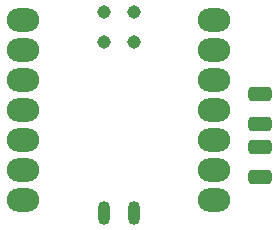
<source format=gbr>
%TF.GenerationSoftware,KiCad,Pcbnew,8.0.1*%
%TF.CreationDate,2024-09-03T09:14:14-03:00*%
%TF.ProjectId,USB-thermometer,5553422d-7468-4657-926d-6f6d65746572,rev?*%
%TF.SameCoordinates,Original*%
%TF.FileFunction,Paste,Top*%
%TF.FilePolarity,Positive*%
%FSLAX46Y46*%
G04 Gerber Fmt 4.6, Leading zero omitted, Abs format (unit mm)*
G04 Created by KiCad (PCBNEW 8.0.1) date 2024-09-03 09:14:14*
%MOMM*%
%LPD*%
G01*
G04 APERTURE LIST*
G04 Aperture macros list*
%AMRoundRect*
0 Rectangle with rounded corners*
0 $1 Rounding radius*
0 $2 $3 $4 $5 $6 $7 $8 $9 X,Y pos of 4 corners*
0 Add a 4 corners polygon primitive as box body*
4,1,4,$2,$3,$4,$5,$6,$7,$8,$9,$2,$3,0*
0 Add four circle primitives for the rounded corners*
1,1,$1+$1,$2,$3*
1,1,$1+$1,$4,$5*
1,1,$1+$1,$6,$7*
1,1,$1+$1,$8,$9*
0 Add four rect primitives between the rounded corners*
20,1,$1+$1,$2,$3,$4,$5,0*
20,1,$1+$1,$4,$5,$6,$7,0*
20,1,$1+$1,$6,$7,$8,$9,0*
20,1,$1+$1,$8,$9,$2,$3,0*%
G04 Aperture macros list end*
%ADD10O,2.748280X1.998980*%
%ADD11O,1.016000X2.032000*%
%ADD12C,1.143000*%
%ADD13RoundRect,0.300000X-0.700000X-0.300000X0.700000X-0.300000X0.700000X0.300000X-0.700000X0.300000X0*%
G04 APERTURE END LIST*
D10*
%TO.C,U1*%
X91918710Y-68500490D03*
X91918710Y-71040490D03*
X91918710Y-73580490D03*
X91918710Y-76120490D03*
X91918710Y-78660490D03*
X91918710Y-81200490D03*
X91918710Y-83740490D03*
X108083270Y-83740490D03*
X108083270Y-81200490D03*
X108083270Y-78660490D03*
X108083270Y-76120490D03*
X108083270Y-73580490D03*
X108083270Y-71040490D03*
X108083270Y-68500490D03*
D11*
X98785590Y-84818310D03*
X101335590Y-84818310D03*
D12*
X98784393Y-67814123D03*
X101324393Y-67814123D03*
X98784393Y-70354123D03*
X101324393Y-70354123D03*
%TD*%
D13*
%TO.C,J1*%
X112025000Y-74800000D03*
X112025000Y-77300000D03*
X112025000Y-79300000D03*
X112025000Y-81800000D03*
%TD*%
M02*

</source>
